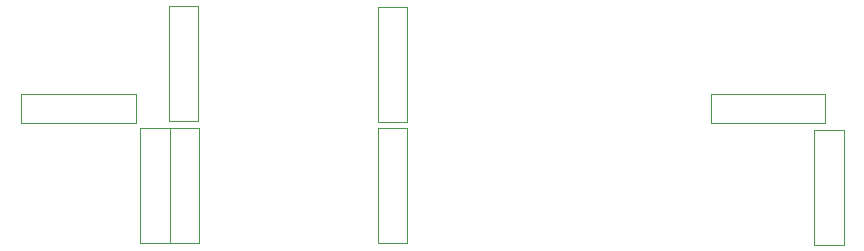
<source format=gbr>
G04 #@! TF.GenerationSoftware,KiCad,Pcbnew,8.0.5*
G04 #@! TF.CreationDate,2024-10-21T21:06:57-07:00*
G04 #@! TF.ProjectId,hackpad,6861636b-7061-4642-9e6b-696361645f70,rev?*
G04 #@! TF.SameCoordinates,Original*
G04 #@! TF.FileFunction,Other,User*
%FSLAX46Y46*%
G04 Gerber Fmt 4.6, Leading zero omitted, Abs format (unit mm)*
G04 Created by KiCad (PCBNEW 8.0.5) date 2024-10-21 21:06:57*
%MOMM*%
%LPD*%
G01*
G04 APERTURE LIST*
%ADD10C,0.050000*%
G04 APERTURE END LIST*
D10*
G04 #@! TO.C,D7*
X228700000Y-141830001D02*
X228700000Y-151550001D01*
X228700000Y-151550001D02*
X231200000Y-151550001D01*
X231200000Y-141830001D02*
X228700000Y-141830001D01*
X231200000Y-151550001D02*
X231200000Y-141830001D01*
G04 #@! TO.C,D3*
X228700000Y-131630000D02*
X228700000Y-141350000D01*
X228700000Y-141350000D02*
X231200000Y-141350000D01*
X231200000Y-131630000D02*
X228700000Y-131630000D01*
X231200000Y-141350000D02*
X231200000Y-131630000D01*
G04 #@! TO.C,D8*
X265650000Y-142000000D02*
X265650000Y-151720000D01*
X265650000Y-151720000D02*
X268150000Y-151720000D01*
X268150000Y-142000000D02*
X265650000Y-142000000D01*
X268150000Y-151720000D02*
X268150000Y-142000000D01*
G04 #@! TO.C,D1*
X198490000Y-138940000D02*
X198490000Y-141440000D01*
X198490000Y-141440000D02*
X208210000Y-141440000D01*
X208210000Y-138940000D02*
X198490000Y-138940000D01*
X208210000Y-141440000D02*
X208210000Y-138940000D01*
G04 #@! TO.C,D5*
X208600000Y-141830001D02*
X208600000Y-151550001D01*
X208600000Y-151550001D02*
X211100000Y-151550001D01*
X211100000Y-141830001D02*
X208600000Y-141830001D01*
X211100000Y-151550001D02*
X211100000Y-141830001D01*
G04 #@! TO.C,D4*
X256890000Y-138940000D02*
X256890000Y-141440000D01*
X256890000Y-141440000D02*
X266610000Y-141440000D01*
X266610000Y-138940000D02*
X256890000Y-138940000D01*
X266610000Y-141440000D02*
X266610000Y-138940000D01*
G04 #@! TO.C,D6*
X211100000Y-141840000D02*
X211100000Y-151560000D01*
X211100000Y-151560000D02*
X213600000Y-151560000D01*
X213600000Y-141840000D02*
X211100000Y-141840000D01*
X213600000Y-151560000D02*
X213600000Y-141840000D01*
G04 #@! TO.C,D2*
X211000000Y-131530000D02*
X211000000Y-141250000D01*
X211000000Y-141250000D02*
X213500000Y-141250000D01*
X213500000Y-131530000D02*
X211000000Y-131530000D01*
X213500000Y-141250000D02*
X213500000Y-131530000D01*
G04 #@! TD*
M02*

</source>
